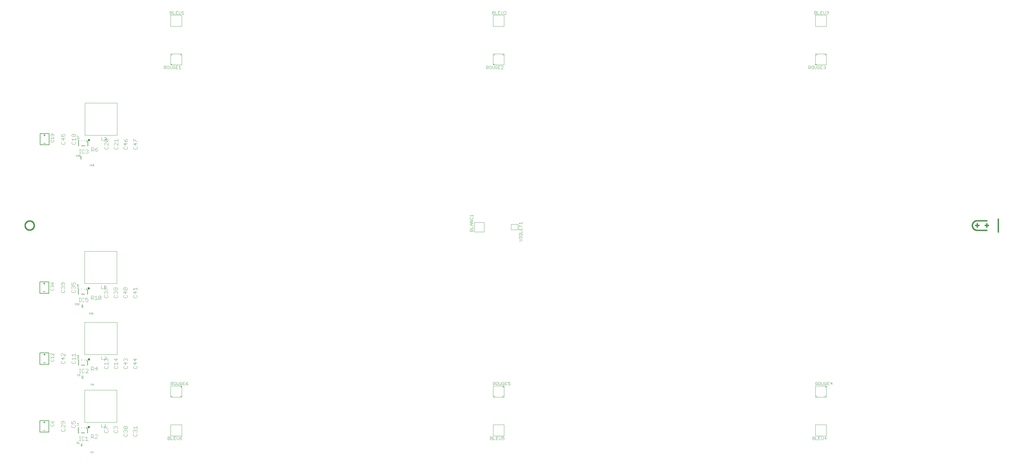
<source format=gbr>
G04 EAGLE Gerber RS-274X export*
G75*
%MOMM*%
%FSLAX34Y34*%
%LPD*%
%INSilkscreen Top*%
%IPPOS*%
%AMOC8*
5,1,8,0,0,1.08239X$1,22.5*%
G01*
%ADD10C,0.406400*%
%ADD11C,0.050000*%
%ADD12C,0.101600*%
%ADD13C,0.050800*%
%ADD14C,0.152400*%
%ADD15C,0.500000*%
%ADD16C,0.127000*%
%ADD17C,0.076200*%
%ADD18C,0.100000*%


D10*
X30858Y1145000D02*
X30862Y1145347D01*
X30875Y1145694D01*
X30896Y1146040D01*
X30926Y1146386D01*
X30964Y1146731D01*
X31011Y1147075D01*
X31066Y1147418D01*
X31130Y1147759D01*
X31202Y1148099D01*
X31282Y1148436D01*
X31370Y1148772D01*
X31467Y1149105D01*
X31572Y1149436D01*
X31685Y1149764D01*
X31806Y1150090D01*
X31934Y1150412D01*
X32071Y1150731D01*
X32216Y1151046D01*
X32368Y1151358D01*
X32528Y1151666D01*
X32695Y1151971D01*
X32870Y1152270D01*
X33052Y1152566D01*
X33241Y1152857D01*
X33438Y1153143D01*
X33641Y1153424D01*
X33851Y1153701D01*
X34068Y1153972D01*
X34292Y1154237D01*
X34521Y1154497D01*
X34758Y1154751D01*
X35000Y1155000D01*
X35249Y1155242D01*
X35503Y1155479D01*
X35763Y1155708D01*
X36028Y1155932D01*
X36299Y1156149D01*
X36576Y1156359D01*
X36857Y1156562D01*
X37143Y1156759D01*
X37434Y1156948D01*
X37730Y1157130D01*
X38029Y1157305D01*
X38334Y1157472D01*
X38642Y1157632D01*
X38954Y1157784D01*
X39269Y1157929D01*
X39588Y1158066D01*
X39910Y1158194D01*
X40236Y1158315D01*
X40564Y1158428D01*
X40895Y1158533D01*
X41228Y1158630D01*
X41564Y1158718D01*
X41901Y1158798D01*
X42241Y1158870D01*
X42582Y1158934D01*
X42925Y1158989D01*
X43269Y1159036D01*
X43614Y1159074D01*
X43960Y1159104D01*
X44306Y1159125D01*
X44653Y1159138D01*
X45000Y1159142D01*
X45347Y1159138D01*
X45694Y1159125D01*
X46040Y1159104D01*
X46386Y1159074D01*
X46731Y1159036D01*
X47075Y1158989D01*
X47418Y1158934D01*
X47759Y1158870D01*
X48099Y1158798D01*
X48436Y1158718D01*
X48772Y1158630D01*
X49105Y1158533D01*
X49436Y1158428D01*
X49764Y1158315D01*
X50090Y1158194D01*
X50412Y1158066D01*
X50731Y1157929D01*
X51046Y1157784D01*
X51358Y1157632D01*
X51666Y1157472D01*
X51971Y1157305D01*
X52270Y1157130D01*
X52566Y1156948D01*
X52857Y1156759D01*
X53143Y1156562D01*
X53424Y1156359D01*
X53701Y1156149D01*
X53972Y1155932D01*
X54237Y1155708D01*
X54497Y1155479D01*
X54751Y1155242D01*
X55000Y1155000D01*
X55242Y1154751D01*
X55479Y1154497D01*
X55708Y1154237D01*
X55932Y1153972D01*
X56149Y1153701D01*
X56359Y1153424D01*
X56562Y1153143D01*
X56759Y1152857D01*
X56948Y1152566D01*
X57130Y1152270D01*
X57305Y1151971D01*
X57472Y1151666D01*
X57632Y1151358D01*
X57784Y1151046D01*
X57929Y1150731D01*
X58066Y1150412D01*
X58194Y1150090D01*
X58315Y1149764D01*
X58428Y1149436D01*
X58533Y1149105D01*
X58630Y1148772D01*
X58718Y1148436D01*
X58798Y1148099D01*
X58870Y1147759D01*
X58934Y1147418D01*
X58989Y1147075D01*
X59036Y1146731D01*
X59074Y1146386D01*
X59104Y1146040D01*
X59125Y1145694D01*
X59138Y1145347D01*
X59142Y1145000D01*
X59138Y1144653D01*
X59125Y1144306D01*
X59104Y1143960D01*
X59074Y1143614D01*
X59036Y1143269D01*
X58989Y1142925D01*
X58934Y1142582D01*
X58870Y1142241D01*
X58798Y1141901D01*
X58718Y1141564D01*
X58630Y1141228D01*
X58533Y1140895D01*
X58428Y1140564D01*
X58315Y1140236D01*
X58194Y1139910D01*
X58066Y1139588D01*
X57929Y1139269D01*
X57784Y1138954D01*
X57632Y1138642D01*
X57472Y1138334D01*
X57305Y1138029D01*
X57130Y1137730D01*
X56948Y1137434D01*
X56759Y1137143D01*
X56562Y1136857D01*
X56359Y1136576D01*
X56149Y1136299D01*
X55932Y1136028D01*
X55708Y1135763D01*
X55479Y1135503D01*
X55242Y1135249D01*
X55000Y1135000D01*
X54751Y1134758D01*
X54497Y1134521D01*
X54237Y1134292D01*
X53972Y1134068D01*
X53701Y1133851D01*
X53424Y1133641D01*
X53143Y1133438D01*
X52857Y1133241D01*
X52566Y1133052D01*
X52270Y1132870D01*
X51971Y1132695D01*
X51666Y1132528D01*
X51358Y1132368D01*
X51046Y1132216D01*
X50731Y1132071D01*
X50412Y1131934D01*
X50090Y1131806D01*
X49764Y1131685D01*
X49436Y1131572D01*
X49105Y1131467D01*
X48772Y1131370D01*
X48436Y1131282D01*
X48099Y1131202D01*
X47759Y1131130D01*
X47418Y1131066D01*
X47075Y1131011D01*
X46731Y1130964D01*
X46386Y1130926D01*
X46040Y1130896D01*
X45694Y1130875D01*
X45347Y1130862D01*
X45000Y1130858D01*
X44653Y1130862D01*
X44306Y1130875D01*
X43960Y1130896D01*
X43614Y1130926D01*
X43269Y1130964D01*
X42925Y1131011D01*
X42582Y1131066D01*
X42241Y1131130D01*
X41901Y1131202D01*
X41564Y1131282D01*
X41228Y1131370D01*
X40895Y1131467D01*
X40564Y1131572D01*
X40236Y1131685D01*
X39910Y1131806D01*
X39588Y1131934D01*
X39269Y1132071D01*
X38954Y1132216D01*
X38642Y1132368D01*
X38334Y1132528D01*
X38029Y1132695D01*
X37730Y1132870D01*
X37434Y1133052D01*
X37143Y1133241D01*
X36857Y1133438D01*
X36576Y1133641D01*
X36299Y1133851D01*
X36028Y1134068D01*
X35763Y1134292D01*
X35503Y1134521D01*
X35249Y1134758D01*
X35000Y1135000D01*
X34758Y1135249D01*
X34521Y1135503D01*
X34292Y1135763D01*
X34068Y1136028D01*
X33851Y1136299D01*
X33641Y1136576D01*
X33438Y1136857D01*
X33241Y1137143D01*
X33052Y1137434D01*
X32870Y1137730D01*
X32695Y1138029D01*
X32528Y1138334D01*
X32368Y1138642D01*
X32216Y1138954D01*
X32071Y1139269D01*
X31934Y1139588D01*
X31806Y1139910D01*
X31685Y1140236D01*
X31572Y1140564D01*
X31467Y1140895D01*
X31370Y1141228D01*
X31282Y1141564D01*
X31202Y1141901D01*
X31130Y1142241D01*
X31066Y1142582D01*
X31011Y1142925D01*
X30964Y1143269D01*
X30926Y1143614D01*
X30896Y1143960D01*
X30875Y1144306D01*
X30862Y1144653D01*
X30858Y1145000D01*
X3010000Y1145000D02*
X3020000Y1145000D01*
X3050000Y1165000D02*
X3050000Y1125000D01*
X3015000Y1140000D02*
X3015000Y1150000D01*
X2985000Y1150000D02*
X2985000Y1140000D01*
X2985000Y1160000D02*
X3015000Y1160000D01*
X3015000Y1130000D02*
X2985000Y1130000D01*
X2980000Y1145000D02*
X2990000Y1145000D01*
X2985000Y1160000D02*
X2984635Y1159996D01*
X2984270Y1159982D01*
X2983905Y1159960D01*
X2983541Y1159929D01*
X2983178Y1159889D01*
X2982816Y1159840D01*
X2982455Y1159783D01*
X2982096Y1159716D01*
X2981739Y1159641D01*
X2981383Y1159557D01*
X2981030Y1159465D01*
X2980679Y1159364D01*
X2980330Y1159255D01*
X2979984Y1159137D01*
X2979642Y1159010D01*
X2979302Y1158876D01*
X2978966Y1158733D01*
X2978633Y1158582D01*
X2978304Y1158423D01*
X2977979Y1158256D01*
X2977659Y1158081D01*
X2977342Y1157898D01*
X2977031Y1157708D01*
X2976723Y1157510D01*
X2976421Y1157305D01*
X2976124Y1157092D01*
X2975832Y1156872D01*
X2975546Y1156646D01*
X2975265Y1156412D01*
X2974990Y1156172D01*
X2974721Y1155925D01*
X2974458Y1155671D01*
X2974201Y1155411D01*
X2973951Y1155145D01*
X2973707Y1154873D01*
X2973470Y1154595D01*
X2973240Y1154311D01*
X2973017Y1154022D01*
X2972801Y1153728D01*
X2972592Y1153428D01*
X2972390Y1153124D01*
X2972196Y1152814D01*
X2972010Y1152500D01*
X2971831Y1152181D01*
X2971660Y1151859D01*
X2971497Y1151532D01*
X2971342Y1151201D01*
X2971195Y1150867D01*
X2971056Y1150529D01*
X2970926Y1150187D01*
X2970803Y1149843D01*
X2970690Y1149496D01*
X2970584Y1149146D01*
X2970488Y1148794D01*
X2970400Y1148439D01*
X2970320Y1148083D01*
X2970250Y1147725D01*
X2970188Y1147365D01*
X2970134Y1147003D01*
X2970090Y1146641D01*
X2970054Y1146277D01*
X2970028Y1145913D01*
X2970010Y1145548D01*
X2970001Y1145183D01*
X2970001Y1144817D01*
X2970010Y1144452D01*
X2970028Y1144087D01*
X2970054Y1143723D01*
X2970090Y1143359D01*
X2970134Y1142997D01*
X2970188Y1142635D01*
X2970250Y1142275D01*
X2970320Y1141917D01*
X2970400Y1141561D01*
X2970488Y1141206D01*
X2970584Y1140854D01*
X2970690Y1140504D01*
X2970803Y1140157D01*
X2970926Y1139813D01*
X2971056Y1139471D01*
X2971195Y1139133D01*
X2971342Y1138799D01*
X2971497Y1138468D01*
X2971660Y1138141D01*
X2971831Y1137819D01*
X2972010Y1137500D01*
X2972196Y1137186D01*
X2972390Y1136876D01*
X2972592Y1136572D01*
X2972801Y1136272D01*
X2973017Y1135978D01*
X2973240Y1135689D01*
X2973470Y1135405D01*
X2973707Y1135127D01*
X2973951Y1134855D01*
X2974201Y1134589D01*
X2974458Y1134329D01*
X2974721Y1134075D01*
X2974990Y1133828D01*
X2975265Y1133588D01*
X2975546Y1133354D01*
X2975832Y1133128D01*
X2976124Y1132908D01*
X2976421Y1132695D01*
X2976723Y1132490D01*
X2977031Y1132292D01*
X2977342Y1132102D01*
X2977659Y1131919D01*
X2977979Y1131744D01*
X2978304Y1131577D01*
X2978633Y1131418D01*
X2978966Y1131267D01*
X2979302Y1131124D01*
X2979642Y1130990D01*
X2979984Y1130863D01*
X2980330Y1130745D01*
X2980679Y1130636D01*
X2981030Y1130535D01*
X2981383Y1130443D01*
X2981739Y1130359D01*
X2982096Y1130284D01*
X2982455Y1130217D01*
X2982816Y1130160D01*
X2983178Y1130111D01*
X2983541Y1130071D01*
X2983905Y1130040D01*
X2984270Y1130018D01*
X2984635Y1130004D01*
X2985000Y1130000D01*
D11*
X1548900Y1148600D02*
X1539400Y1148600D01*
X1548900Y1148600D02*
X1550000Y1147500D01*
X1551100Y1148600D01*
X1560600Y1148600D01*
X1560600Y1131400D01*
X1539400Y1131400D01*
X1539400Y1148600D01*
D12*
X1564000Y1097122D02*
X1569995Y1097122D01*
X1572992Y1100119D01*
X1569995Y1103117D01*
X1564000Y1103117D01*
X1572992Y1106330D02*
X1572992Y1109327D01*
X1572992Y1107829D02*
X1564000Y1107829D01*
X1564000Y1109327D02*
X1564000Y1106330D01*
X1564000Y1113967D02*
X1564000Y1116964D01*
X1564000Y1113967D02*
X1565499Y1112469D01*
X1571493Y1112469D01*
X1572992Y1113967D01*
X1572992Y1116964D01*
X1571493Y1118463D01*
X1565499Y1118463D01*
X1564000Y1116964D01*
X1564000Y1121676D02*
X1572992Y1121676D01*
X1572992Y1127671D01*
X1564000Y1130884D02*
X1564000Y1136879D01*
X1564000Y1130884D02*
X1572992Y1130884D01*
X1572992Y1136879D01*
X1568496Y1133882D02*
X1568496Y1130884D01*
X1572992Y1143089D02*
X1564000Y1143089D01*
X1564000Y1140092D02*
X1564000Y1146087D01*
X1566998Y1149300D02*
X1564000Y1152297D01*
X1572992Y1152297D01*
X1572992Y1149300D02*
X1572992Y1155294D01*
D11*
X517250Y1797250D02*
X482750Y1797250D01*
X517250Y1797250D02*
X517250Y1762750D01*
X482750Y1762750D01*
X482750Y1797250D01*
D12*
X480758Y1800108D02*
X480758Y1809100D01*
X485254Y1809100D01*
X486752Y1807601D01*
X486752Y1806102D01*
X485254Y1804604D01*
X486752Y1803105D01*
X486752Y1801607D01*
X485254Y1800108D01*
X480758Y1800108D01*
X480758Y1804604D02*
X485254Y1804604D01*
X489966Y1809100D02*
X489966Y1800108D01*
X495960Y1800108D01*
X499174Y1809100D02*
X505168Y1809100D01*
X499174Y1809100D02*
X499174Y1800108D01*
X505168Y1800108D01*
X502171Y1804604D02*
X499174Y1804604D01*
X508382Y1801607D02*
X508382Y1809100D01*
X508382Y1801607D02*
X509880Y1800108D01*
X512877Y1800108D01*
X514376Y1801607D01*
X514376Y1809100D01*
X517589Y1806102D02*
X520587Y1809100D01*
X520587Y1800108D01*
X523584Y1800108D02*
X517589Y1800108D01*
D11*
X1482750Y1797250D02*
X1517250Y1797250D01*
X1517250Y1762750D01*
X1482750Y1762750D01*
X1482750Y1797250D01*
D12*
X1480758Y1800108D02*
X1480758Y1809100D01*
X1485254Y1809100D01*
X1486752Y1807601D01*
X1486752Y1806102D01*
X1485254Y1804604D01*
X1486752Y1803105D01*
X1486752Y1801607D01*
X1485254Y1800108D01*
X1480758Y1800108D01*
X1480758Y1804604D02*
X1485254Y1804604D01*
X1489966Y1809100D02*
X1489966Y1800108D01*
X1495960Y1800108D01*
X1499174Y1809100D02*
X1505168Y1809100D01*
X1499174Y1809100D02*
X1499174Y1800108D01*
X1505168Y1800108D01*
X1502171Y1804604D02*
X1499174Y1804604D01*
X1508382Y1801607D02*
X1508382Y1809100D01*
X1508382Y1801607D02*
X1509880Y1800108D01*
X1512877Y1800108D01*
X1514376Y1801607D01*
X1514376Y1809100D01*
X1517589Y1800108D02*
X1523584Y1800108D01*
X1523584Y1806102D02*
X1517589Y1800108D01*
X1523584Y1806102D02*
X1523584Y1807601D01*
X1522085Y1809100D01*
X1519088Y1809100D01*
X1517589Y1807601D01*
D11*
X2482750Y1797250D02*
X2517250Y1797250D01*
X2517250Y1762750D01*
X2482750Y1762750D01*
X2482750Y1797250D01*
D12*
X2480758Y1800108D02*
X2480758Y1809100D01*
X2485254Y1809100D01*
X2486752Y1807601D01*
X2486752Y1806102D01*
X2485254Y1804604D01*
X2486752Y1803105D01*
X2486752Y1801607D01*
X2485254Y1800108D01*
X2480758Y1800108D01*
X2480758Y1804604D02*
X2485254Y1804604D01*
X2489966Y1809100D02*
X2489966Y1800108D01*
X2495960Y1800108D01*
X2499174Y1809100D02*
X2505168Y1809100D01*
X2499174Y1809100D02*
X2499174Y1800108D01*
X2505168Y1800108D01*
X2502171Y1804604D02*
X2499174Y1804604D01*
X2508382Y1801607D02*
X2508382Y1809100D01*
X2508382Y1801607D02*
X2509880Y1800108D01*
X2512877Y1800108D01*
X2514376Y1801607D01*
X2514376Y1809100D01*
X2517589Y1807601D02*
X2519088Y1809100D01*
X2522085Y1809100D01*
X2523584Y1807601D01*
X2523584Y1806102D01*
X2522085Y1804604D01*
X2520587Y1804604D01*
X2522085Y1804604D02*
X2523584Y1803105D01*
X2523584Y1801607D01*
X2522085Y1800108D01*
X2519088Y1800108D01*
X2517589Y1801607D01*
D11*
X2517250Y492750D02*
X2482750Y492750D01*
X2482750Y527250D01*
X2517250Y527250D01*
X2517250Y492750D01*
D12*
X2474219Y489900D02*
X2474219Y480908D01*
X2474219Y489900D02*
X2478714Y489900D01*
X2480213Y488401D01*
X2480213Y486902D01*
X2478714Y485404D01*
X2480213Y483905D01*
X2480213Y482407D01*
X2478714Y480908D01*
X2474219Y480908D01*
X2474219Y485404D02*
X2478714Y485404D01*
X2483427Y489900D02*
X2483427Y480908D01*
X2489421Y480908D01*
X2492634Y489900D02*
X2498629Y489900D01*
X2492634Y489900D02*
X2492634Y480908D01*
X2498629Y480908D01*
X2495632Y485404D02*
X2492634Y485404D01*
X2501842Y482407D02*
X2501842Y489900D01*
X2501842Y482407D02*
X2503341Y480908D01*
X2506338Y480908D01*
X2507837Y482407D01*
X2507837Y489900D01*
X2515546Y489900D02*
X2515546Y480908D01*
X2511050Y485404D02*
X2515546Y489900D01*
X2517044Y485404D02*
X2511050Y485404D01*
D11*
X1517250Y492750D02*
X1482750Y492750D01*
X1482750Y527250D01*
X1517250Y527250D01*
X1517250Y492750D01*
D12*
X1474219Y489900D02*
X1474219Y480908D01*
X1474219Y489900D02*
X1478714Y489900D01*
X1480213Y488401D01*
X1480213Y486902D01*
X1478714Y485404D01*
X1480213Y483905D01*
X1480213Y482407D01*
X1478714Y480908D01*
X1474219Y480908D01*
X1474219Y485404D02*
X1478714Y485404D01*
X1483427Y489900D02*
X1483427Y480908D01*
X1489421Y480908D01*
X1492634Y489900D02*
X1498629Y489900D01*
X1492634Y489900D02*
X1492634Y480908D01*
X1498629Y480908D01*
X1495632Y485404D02*
X1492634Y485404D01*
X1501842Y482407D02*
X1501842Y489900D01*
X1501842Y482407D02*
X1503341Y480908D01*
X1506338Y480908D01*
X1507837Y482407D01*
X1507837Y489900D01*
X1511050Y489900D02*
X1517044Y489900D01*
X1511050Y489900D02*
X1511050Y485404D01*
X1514047Y486902D01*
X1515546Y486902D01*
X1517044Y485404D01*
X1517044Y482407D01*
X1515546Y480908D01*
X1512549Y480908D01*
X1511050Y482407D01*
D11*
X482750Y1642750D02*
X482750Y1677250D01*
X517250Y1677250D01*
X517250Y1642750D01*
X482750Y1642750D01*
X484000Y1644000D02*
X484000Y1646000D01*
X486000Y1646000D01*
X486000Y1644000D01*
X484000Y1644000D01*
X483000Y1674000D02*
X487000Y1674000D01*
X487000Y1677000D01*
X513000Y1674000D02*
X517000Y1674000D01*
X513000Y1674000D02*
X513000Y1677000D01*
D12*
X462261Y1639500D02*
X462261Y1630508D01*
X462261Y1639500D02*
X466757Y1639500D01*
X468255Y1638001D01*
X468255Y1635004D01*
X466757Y1633505D01*
X462261Y1633505D01*
X465258Y1633505D02*
X468255Y1630508D01*
X472967Y1639500D02*
X475964Y1639500D01*
X472967Y1639500D02*
X471469Y1638001D01*
X471469Y1632007D01*
X472967Y1630508D01*
X475964Y1630508D01*
X477463Y1632007D01*
X477463Y1638001D01*
X475964Y1639500D01*
X480676Y1639500D02*
X480676Y1632007D01*
X482175Y1630508D01*
X485172Y1630508D01*
X486671Y1632007D01*
X486671Y1639500D01*
X494380Y1639500D02*
X495879Y1638001D01*
X494380Y1639500D02*
X491383Y1639500D01*
X489884Y1638001D01*
X489884Y1632007D01*
X491383Y1630508D01*
X494380Y1630508D01*
X495879Y1632007D01*
X495879Y1635004D01*
X492882Y1635004D01*
X499092Y1639500D02*
X505087Y1639500D01*
X499092Y1639500D02*
X499092Y1630508D01*
X505087Y1630508D01*
X502089Y1635004D02*
X499092Y1635004D01*
X508300Y1636502D02*
X511297Y1639500D01*
X511297Y1630508D01*
X508300Y1630508D02*
X514294Y1630508D01*
D11*
X1482750Y1642750D02*
X1482750Y1677250D01*
X1517250Y1677250D01*
X1517250Y1642750D01*
X1482750Y1642750D01*
X1484000Y1644000D02*
X1484000Y1646000D01*
X1486000Y1646000D01*
X1486000Y1644000D01*
X1484000Y1644000D01*
X1483000Y1674000D02*
X1487000Y1674000D01*
X1487000Y1677000D01*
X1513000Y1674000D02*
X1517000Y1674000D01*
X1513000Y1674000D02*
X1513000Y1677000D01*
D12*
X1462261Y1639500D02*
X1462261Y1630508D01*
X1462261Y1639500D02*
X1466757Y1639500D01*
X1468255Y1638001D01*
X1468255Y1635004D01*
X1466757Y1633505D01*
X1462261Y1633505D01*
X1465258Y1633505D02*
X1468255Y1630508D01*
X1472967Y1639500D02*
X1475964Y1639500D01*
X1472967Y1639500D02*
X1471469Y1638001D01*
X1471469Y1632007D01*
X1472967Y1630508D01*
X1475964Y1630508D01*
X1477463Y1632007D01*
X1477463Y1638001D01*
X1475964Y1639500D01*
X1480676Y1639500D02*
X1480676Y1632007D01*
X1482175Y1630508D01*
X1485172Y1630508D01*
X1486671Y1632007D01*
X1486671Y1639500D01*
X1494380Y1639500D02*
X1495879Y1638001D01*
X1494380Y1639500D02*
X1491383Y1639500D01*
X1489884Y1638001D01*
X1489884Y1632007D01*
X1491383Y1630508D01*
X1494380Y1630508D01*
X1495879Y1632007D01*
X1495879Y1635004D01*
X1492882Y1635004D01*
X1499092Y1639500D02*
X1505087Y1639500D01*
X1499092Y1639500D02*
X1499092Y1630508D01*
X1505087Y1630508D01*
X1502089Y1635004D02*
X1499092Y1635004D01*
X1508300Y1630508D02*
X1514294Y1630508D01*
X1508300Y1630508D02*
X1514294Y1636502D01*
X1514294Y1638001D01*
X1512796Y1639500D01*
X1509799Y1639500D01*
X1508300Y1638001D01*
D11*
X2482750Y1642750D02*
X2482750Y1677250D01*
X2517250Y1677250D01*
X2517250Y1642750D01*
X2482750Y1642750D01*
X2484000Y1644000D02*
X2484000Y1646000D01*
X2486000Y1646000D01*
X2486000Y1644000D01*
X2484000Y1644000D01*
X2483000Y1674000D02*
X2487000Y1674000D01*
X2487000Y1677000D01*
X2513000Y1674000D02*
X2517000Y1674000D01*
X2513000Y1674000D02*
X2513000Y1677000D01*
D12*
X2462261Y1639500D02*
X2462261Y1630508D01*
X2462261Y1639500D02*
X2466757Y1639500D01*
X2468255Y1638001D01*
X2468255Y1635004D01*
X2466757Y1633505D01*
X2462261Y1633505D01*
X2465258Y1633505D02*
X2468255Y1630508D01*
X2472967Y1639500D02*
X2475964Y1639500D01*
X2472967Y1639500D02*
X2471469Y1638001D01*
X2471469Y1632007D01*
X2472967Y1630508D01*
X2475964Y1630508D01*
X2477463Y1632007D01*
X2477463Y1638001D01*
X2475964Y1639500D01*
X2480676Y1639500D02*
X2480676Y1632007D01*
X2482175Y1630508D01*
X2485172Y1630508D01*
X2486671Y1632007D01*
X2486671Y1639500D01*
X2494380Y1639500D02*
X2495879Y1638001D01*
X2494380Y1639500D02*
X2491383Y1639500D01*
X2489884Y1638001D01*
X2489884Y1632007D01*
X2491383Y1630508D01*
X2494380Y1630508D01*
X2495879Y1632007D01*
X2495879Y1635004D01*
X2492882Y1635004D01*
X2499092Y1639500D02*
X2505087Y1639500D01*
X2499092Y1639500D02*
X2499092Y1630508D01*
X2505087Y1630508D01*
X2502089Y1635004D02*
X2499092Y1635004D01*
X2508300Y1638001D02*
X2509799Y1639500D01*
X2512796Y1639500D01*
X2514294Y1638001D01*
X2514294Y1636502D01*
X2512796Y1635004D01*
X2511297Y1635004D01*
X2512796Y1635004D02*
X2514294Y1633505D01*
X2514294Y1632007D01*
X2512796Y1630508D01*
X2509799Y1630508D01*
X2508300Y1632007D01*
D11*
X2517250Y647250D02*
X2517250Y612750D01*
X2482750Y612750D01*
X2482750Y647250D01*
X2517250Y647250D01*
X2516000Y646000D02*
X2516000Y644000D01*
X2514000Y644000D01*
X2514000Y646000D01*
X2516000Y646000D01*
X2517000Y616000D02*
X2513000Y616000D01*
X2513000Y613000D01*
X2487000Y616000D02*
X2483000Y616000D01*
X2487000Y616000D02*
X2487000Y613000D01*
D12*
X2483508Y650508D02*
X2483508Y659500D01*
X2488004Y659500D01*
X2489502Y658001D01*
X2489502Y655004D01*
X2488004Y653505D01*
X2483508Y653505D01*
X2486505Y653505D02*
X2489502Y650508D01*
X2494214Y659500D02*
X2497212Y659500D01*
X2494214Y659500D02*
X2492716Y658001D01*
X2492716Y652007D01*
X2494214Y650508D01*
X2497212Y650508D01*
X2498710Y652007D01*
X2498710Y658001D01*
X2497212Y659500D01*
X2501924Y659500D02*
X2501924Y652007D01*
X2503422Y650508D01*
X2506420Y650508D01*
X2507918Y652007D01*
X2507918Y659500D01*
X2515627Y659500D02*
X2517126Y658001D01*
X2515627Y659500D02*
X2512630Y659500D01*
X2511132Y658001D01*
X2511132Y652007D01*
X2512630Y650508D01*
X2515627Y650508D01*
X2517126Y652007D01*
X2517126Y655004D01*
X2514129Y655004D01*
X2520339Y659500D02*
X2526334Y659500D01*
X2520339Y659500D02*
X2520339Y650508D01*
X2526334Y650508D01*
X2523337Y655004D02*
X2520339Y655004D01*
X2534043Y650508D02*
X2534043Y659500D01*
X2529547Y655004D01*
X2535542Y655004D01*
D11*
X1517250Y647250D02*
X1517250Y612750D01*
X1482750Y612750D01*
X1482750Y647250D01*
X1517250Y647250D01*
X1516000Y646000D02*
X1516000Y644000D01*
X1514000Y644000D01*
X1514000Y646000D01*
X1516000Y646000D01*
X1517000Y616000D02*
X1513000Y616000D01*
X1513000Y613000D01*
X1487000Y616000D02*
X1483000Y616000D01*
X1487000Y616000D02*
X1487000Y613000D01*
D12*
X1483508Y650508D02*
X1483508Y659500D01*
X1488004Y659500D01*
X1489502Y658001D01*
X1489502Y655004D01*
X1488004Y653505D01*
X1483508Y653505D01*
X1486505Y653505D02*
X1489502Y650508D01*
X1494214Y659500D02*
X1497212Y659500D01*
X1494214Y659500D02*
X1492716Y658001D01*
X1492716Y652007D01*
X1494214Y650508D01*
X1497212Y650508D01*
X1498710Y652007D01*
X1498710Y658001D01*
X1497212Y659500D01*
X1501924Y659500D02*
X1501924Y652007D01*
X1503422Y650508D01*
X1506420Y650508D01*
X1507918Y652007D01*
X1507918Y659500D01*
X1515627Y659500D02*
X1517126Y658001D01*
X1515627Y659500D02*
X1512630Y659500D01*
X1511132Y658001D01*
X1511132Y652007D01*
X1512630Y650508D01*
X1515627Y650508D01*
X1517126Y652007D01*
X1517126Y655004D01*
X1514129Y655004D01*
X1520339Y659500D02*
X1526334Y659500D01*
X1520339Y659500D02*
X1520339Y650508D01*
X1526334Y650508D01*
X1523337Y655004D02*
X1520339Y655004D01*
X1529547Y659500D02*
X1535542Y659500D01*
X1529547Y659500D02*
X1529547Y655004D01*
X1532544Y656502D01*
X1534043Y656502D01*
X1535542Y655004D01*
X1535542Y652007D01*
X1534043Y650508D01*
X1531046Y650508D01*
X1529547Y652007D01*
D11*
X517250Y647250D02*
X517250Y612750D01*
X482750Y612750D01*
X482750Y647250D01*
X517250Y647250D01*
X516000Y646000D02*
X516000Y644000D01*
X514000Y644000D01*
X514000Y646000D01*
X516000Y646000D01*
X517000Y616000D02*
X513000Y616000D01*
X513000Y613000D01*
X487000Y616000D02*
X483000Y616000D01*
X487000Y616000D02*
X487000Y613000D01*
D12*
X483508Y650508D02*
X483508Y659500D01*
X488004Y659500D01*
X489502Y658001D01*
X489502Y655004D01*
X488004Y653505D01*
X483508Y653505D01*
X486505Y653505D02*
X489502Y650508D01*
X494214Y659500D02*
X497212Y659500D01*
X494214Y659500D02*
X492716Y658001D01*
X492716Y652007D01*
X494214Y650508D01*
X497212Y650508D01*
X498710Y652007D01*
X498710Y658001D01*
X497212Y659500D01*
X501924Y659500D02*
X501924Y652007D01*
X503422Y650508D01*
X506420Y650508D01*
X507918Y652007D01*
X507918Y659500D01*
X515627Y659500D02*
X517126Y658001D01*
X515627Y659500D02*
X512630Y659500D01*
X511132Y658001D01*
X511132Y652007D01*
X512630Y650508D01*
X515627Y650508D01*
X517126Y652007D01*
X517126Y655004D01*
X514129Y655004D01*
X520339Y659500D02*
X526334Y659500D01*
X520339Y659500D02*
X520339Y650508D01*
X526334Y650508D01*
X523337Y655004D02*
X520339Y655004D01*
X532544Y658001D02*
X535542Y659500D01*
X532544Y658001D02*
X529547Y655004D01*
X529547Y652007D01*
X531046Y650508D01*
X534043Y650508D01*
X535542Y652007D01*
X535542Y653505D01*
X534043Y655004D01*
X529547Y655004D01*
D11*
X1425000Y1155000D02*
X1455000Y1155000D01*
X1455000Y1125000D01*
X1425000Y1125000D01*
X1425000Y1155000D01*
D12*
X1420492Y1126508D02*
X1411500Y1126508D01*
X1411500Y1131004D01*
X1412999Y1132502D01*
X1414498Y1132502D01*
X1415996Y1131004D01*
X1417495Y1132502D01*
X1418993Y1132502D01*
X1420492Y1131004D01*
X1420492Y1126508D01*
X1415996Y1126508D02*
X1415996Y1131004D01*
X1411500Y1135716D02*
X1420492Y1135716D01*
X1420492Y1141710D01*
X1420492Y1144924D02*
X1414498Y1144924D01*
X1411500Y1147921D01*
X1414498Y1150918D01*
X1420492Y1150918D01*
X1415996Y1150918D02*
X1415996Y1144924D01*
X1420492Y1154132D02*
X1411500Y1154132D01*
X1420492Y1160126D01*
X1411500Y1160126D01*
X1411500Y1167835D02*
X1412999Y1169334D01*
X1411500Y1167835D02*
X1411500Y1164838D01*
X1412999Y1163339D01*
X1418993Y1163339D01*
X1420492Y1164838D01*
X1420492Y1167835D01*
X1418993Y1169334D01*
X1414498Y1172547D02*
X1411500Y1175544D01*
X1420492Y1175544D01*
X1420492Y1172547D02*
X1420492Y1178542D01*
D11*
X517250Y492750D02*
X482750Y492750D01*
X482750Y527250D01*
X517250Y527250D01*
X517250Y492750D01*
D12*
X474219Y489900D02*
X474219Y480908D01*
X474219Y489900D02*
X478714Y489900D01*
X480213Y488401D01*
X480213Y486902D01*
X478714Y485404D01*
X480213Y483905D01*
X480213Y482407D01*
X478714Y480908D01*
X474219Y480908D01*
X474219Y485404D02*
X478714Y485404D01*
X483427Y489900D02*
X483427Y480908D01*
X489421Y480908D01*
X492634Y489900D02*
X498629Y489900D01*
X492634Y489900D02*
X492634Y480908D01*
X498629Y480908D01*
X495632Y485404D02*
X492634Y485404D01*
X501842Y482407D02*
X501842Y489900D01*
X501842Y482407D02*
X503341Y480908D01*
X506338Y480908D01*
X507837Y482407D01*
X507837Y489900D01*
X514047Y488401D02*
X517044Y489900D01*
X514047Y488401D02*
X511050Y485404D01*
X511050Y482407D01*
X512549Y480908D01*
X515546Y480908D01*
X517044Y482407D01*
X517044Y483905D01*
X515546Y485404D01*
X511050Y485404D01*
D13*
X210471Y891196D02*
X205975Y891196D01*
X205975Y893444D01*
X206724Y894193D01*
X208223Y894193D01*
X208972Y893444D01*
X208972Y891196D01*
X208972Y892695D02*
X210471Y894193D01*
X209722Y895800D02*
X210471Y896549D01*
X210471Y898048D01*
X209722Y898797D01*
X206724Y898797D01*
X205975Y898048D01*
X205975Y896549D01*
X206724Y895800D01*
X207474Y895800D01*
X208223Y896549D01*
X208223Y898797D01*
D14*
X196280Y931600D02*
X196280Y947800D01*
X224720Y943800D02*
X224720Y931600D01*
X215720Y931600D02*
X205280Y931600D01*
X214780Y947800D02*
X215720Y947800D01*
X206220Y947800D02*
X205280Y947800D01*
X220780Y947800D02*
X224720Y943800D01*
X197220Y947800D02*
X196280Y947800D01*
X196280Y931600D02*
X197220Y931600D01*
X223780Y931600D02*
X224720Y931600D01*
D15*
X227500Y949700D02*
X227502Y949763D01*
X227508Y949825D01*
X227518Y949887D01*
X227531Y949949D01*
X227549Y950009D01*
X227570Y950068D01*
X227595Y950126D01*
X227624Y950182D01*
X227656Y950236D01*
X227691Y950288D01*
X227729Y950337D01*
X227771Y950385D01*
X227815Y950429D01*
X227863Y950471D01*
X227912Y950509D01*
X227964Y950544D01*
X228018Y950576D01*
X228074Y950605D01*
X228132Y950630D01*
X228191Y950651D01*
X228251Y950669D01*
X228313Y950682D01*
X228375Y950692D01*
X228437Y950698D01*
X228500Y950700D01*
X228563Y950698D01*
X228625Y950692D01*
X228687Y950682D01*
X228749Y950669D01*
X228809Y950651D01*
X228868Y950630D01*
X228926Y950605D01*
X228982Y950576D01*
X229036Y950544D01*
X229088Y950509D01*
X229137Y950471D01*
X229185Y950429D01*
X229229Y950385D01*
X229271Y950337D01*
X229309Y950288D01*
X229344Y950236D01*
X229376Y950182D01*
X229405Y950126D01*
X229430Y950068D01*
X229451Y950009D01*
X229469Y949949D01*
X229482Y949887D01*
X229492Y949825D01*
X229498Y949763D01*
X229500Y949700D01*
X229498Y949637D01*
X229492Y949575D01*
X229482Y949513D01*
X229469Y949451D01*
X229451Y949391D01*
X229430Y949332D01*
X229405Y949274D01*
X229376Y949218D01*
X229344Y949164D01*
X229309Y949112D01*
X229271Y949063D01*
X229229Y949015D01*
X229185Y948971D01*
X229137Y948929D01*
X229088Y948891D01*
X229036Y948856D01*
X228982Y948824D01*
X228926Y948795D01*
X228868Y948770D01*
X228809Y948749D01*
X228749Y948731D01*
X228687Y948718D01*
X228625Y948708D01*
X228563Y948702D01*
X228500Y948700D01*
X228437Y948702D01*
X228375Y948708D01*
X228313Y948718D01*
X228251Y948731D01*
X228191Y948749D01*
X228132Y948770D01*
X228074Y948795D01*
X228018Y948824D01*
X227964Y948856D01*
X227912Y948891D01*
X227863Y948929D01*
X227815Y948971D01*
X227771Y949015D01*
X227729Y949063D01*
X227691Y949112D01*
X227656Y949164D01*
X227624Y949218D01*
X227595Y949274D01*
X227570Y949332D01*
X227549Y949391D01*
X227531Y949451D01*
X227518Y949513D01*
X227508Y949575D01*
X227502Y949637D01*
X227500Y949700D01*
D12*
X202772Y908458D02*
X198874Y908458D01*
X200823Y908458D02*
X200823Y920152D01*
X198874Y920152D02*
X202772Y920152D01*
X212517Y920152D02*
X214466Y918203D01*
X212517Y920152D02*
X208619Y920152D01*
X206670Y918203D01*
X206670Y910407D01*
X208619Y908458D01*
X212517Y908458D01*
X214466Y910407D01*
X218364Y920152D02*
X226160Y920152D01*
X218364Y920152D02*
X218364Y914305D01*
X222262Y916254D01*
X224211Y916254D01*
X226160Y914305D01*
X226160Y910407D01*
X224211Y908458D01*
X220313Y908458D01*
X218364Y910407D01*
D13*
X189164Y902831D02*
X188415Y903580D01*
X186917Y903580D01*
X186167Y902831D01*
X186167Y899833D01*
X186917Y899084D01*
X188415Y899084D01*
X189164Y899833D01*
X190771Y902831D02*
X191520Y903580D01*
X193019Y903580D01*
X193768Y902831D01*
X193768Y902081D01*
X193019Y901332D01*
X192270Y901332D01*
X193019Y901332D02*
X193768Y900583D01*
X193768Y899833D01*
X193019Y899084D01*
X191520Y899084D01*
X190771Y899833D01*
X195375Y899084D02*
X198372Y899084D01*
X195375Y899084D02*
X198372Y902081D01*
X198372Y902831D01*
X197623Y903580D01*
X196124Y903580D01*
X195375Y902831D01*
X231990Y874330D02*
X232739Y873581D01*
X231990Y874330D02*
X230492Y874330D01*
X229742Y873581D01*
X229742Y870583D01*
X230492Y869834D01*
X231990Y869834D01*
X232739Y870583D01*
X234346Y873581D02*
X235095Y874330D01*
X236594Y874330D01*
X237343Y873581D01*
X237343Y872831D01*
X236594Y872082D01*
X235845Y872082D01*
X236594Y872082D02*
X237343Y871333D01*
X237343Y870583D01*
X236594Y869834D01*
X235095Y869834D01*
X234346Y870583D01*
X238950Y873581D02*
X239699Y874330D01*
X241198Y874330D01*
X241947Y873581D01*
X241947Y872831D01*
X241198Y872082D01*
X240449Y872082D01*
X241198Y872082D02*
X241947Y871333D01*
X241947Y870583D01*
X241198Y869834D01*
X239699Y869834D01*
X238950Y870583D01*
X192250Y952665D02*
X192999Y953414D01*
X192250Y952665D02*
X192250Y951167D01*
X192999Y950417D01*
X195997Y950417D01*
X196746Y951167D01*
X196746Y952665D01*
X195997Y953414D01*
X192999Y955021D02*
X192250Y955770D01*
X192250Y957269D01*
X192999Y958018D01*
X193749Y958018D01*
X194498Y957269D01*
X194498Y956520D01*
X194498Y957269D02*
X195247Y958018D01*
X195997Y958018D01*
X196746Y957269D01*
X196746Y955770D01*
X195997Y955021D01*
X196746Y961873D02*
X192250Y961873D01*
X194498Y959625D01*
X194498Y962622D01*
D12*
X176997Y944472D02*
X175048Y942523D01*
X175048Y938625D01*
X176997Y936676D01*
X184793Y936676D01*
X186742Y938625D01*
X186742Y942523D01*
X184793Y944472D01*
X176997Y948370D02*
X175048Y950319D01*
X175048Y954217D01*
X176997Y956166D01*
X178946Y956166D01*
X180895Y954217D01*
X180895Y952268D01*
X180895Y954217D02*
X182844Y956166D01*
X184793Y956166D01*
X186742Y954217D01*
X186742Y950319D01*
X184793Y948370D01*
X175048Y960064D02*
X175048Y967860D01*
X175048Y960064D02*
X180895Y960064D01*
X178946Y963962D01*
X178946Y965911D01*
X180895Y967860D01*
X184793Y967860D01*
X186742Y965911D01*
X186742Y962013D01*
X184793Y960064D01*
D16*
X104500Y969700D02*
X104500Y934700D01*
X76500Y934700D01*
X76500Y969700D01*
X104500Y969700D01*
X90500Y967200D02*
X90500Y962200D01*
X93000Y964700D02*
X88000Y964700D01*
X88000Y939700D02*
X93000Y939700D01*
D17*
X109923Y948268D02*
X111491Y949836D01*
X109923Y948268D02*
X109923Y945133D01*
X111491Y943565D01*
X117761Y943565D01*
X119329Y945133D01*
X119329Y948268D01*
X117761Y949836D01*
X111491Y952921D02*
X109923Y954488D01*
X109923Y957624D01*
X111491Y959191D01*
X113058Y959191D01*
X114626Y957624D01*
X114626Y956056D01*
X114626Y957624D02*
X116194Y959191D01*
X117761Y959191D01*
X119329Y957624D01*
X119329Y954488D01*
X117761Y952921D01*
X111491Y965411D02*
X109923Y968547D01*
X111491Y965411D02*
X114626Y962276D01*
X117761Y962276D01*
X119329Y963843D01*
X119329Y966979D01*
X117761Y968547D01*
X116194Y968547D01*
X114626Y966979D01*
X114626Y962276D01*
D12*
X276273Y927123D02*
X278222Y929072D01*
X276273Y927123D02*
X276273Y923225D01*
X278222Y921276D01*
X286018Y921276D01*
X287967Y923225D01*
X287967Y927123D01*
X286018Y929072D01*
X278222Y932970D02*
X276273Y934919D01*
X276273Y938817D01*
X278222Y940766D01*
X280171Y940766D01*
X282120Y938817D01*
X282120Y936868D01*
X282120Y938817D02*
X284069Y940766D01*
X286018Y940766D01*
X287967Y938817D01*
X287967Y934919D01*
X286018Y932970D01*
X276273Y944664D02*
X276273Y952460D01*
X278222Y952460D01*
X286018Y944664D01*
X287967Y944664D01*
X306273Y927123D02*
X308222Y929072D01*
X306273Y927123D02*
X306273Y923225D01*
X308222Y921276D01*
X316018Y921276D01*
X317967Y923225D01*
X317967Y927123D01*
X316018Y929072D01*
X308222Y932970D02*
X306273Y934919D01*
X306273Y938817D01*
X308222Y940766D01*
X310171Y940766D01*
X312120Y938817D01*
X312120Y936868D01*
X312120Y938817D02*
X314069Y940766D01*
X316018Y940766D01*
X317967Y938817D01*
X317967Y934919D01*
X316018Y932970D01*
X308222Y944664D02*
X306273Y946613D01*
X306273Y950511D01*
X308222Y952460D01*
X310171Y952460D01*
X312120Y950511D01*
X314069Y952460D01*
X316018Y952460D01*
X317967Y950511D01*
X317967Y946613D01*
X316018Y944664D01*
X314069Y944664D01*
X312120Y946613D01*
X310171Y944664D01*
X308222Y944664D01*
X312120Y946613D02*
X312120Y950511D01*
X235683Y926702D02*
X235683Y915008D01*
X235683Y926702D02*
X241530Y926702D01*
X243479Y924753D01*
X243479Y920855D01*
X241530Y918906D01*
X235683Y918906D01*
X239581Y918906D02*
X243479Y915008D01*
X247377Y922804D02*
X251275Y926702D01*
X251275Y915008D01*
X247377Y915008D02*
X255173Y915008D01*
X259071Y916957D02*
X259071Y924753D01*
X261020Y926702D01*
X264918Y926702D01*
X266867Y924753D01*
X266867Y916957D01*
X264918Y915008D01*
X261020Y915008D01*
X259071Y916957D01*
X266867Y924753D01*
D18*
X215500Y964700D02*
X215500Y1064700D01*
X315500Y1064700D01*
X315500Y964700D01*
X215500Y964700D01*
D12*
X267592Y958200D02*
X267592Y949208D01*
X273587Y949208D01*
X276800Y958200D02*
X282795Y958200D01*
X276800Y958200D02*
X276800Y953704D01*
X279797Y955202D01*
X281296Y955202D01*
X282795Y953704D01*
X282795Y950707D01*
X281296Y949208D01*
X278299Y949208D01*
X276800Y950707D01*
X144497Y944472D02*
X142548Y942523D01*
X142548Y938625D01*
X144497Y936676D01*
X152293Y936676D01*
X154242Y938625D01*
X154242Y942523D01*
X152293Y944472D01*
X144497Y948370D02*
X142548Y950319D01*
X142548Y954217D01*
X144497Y956166D01*
X146446Y956166D01*
X148395Y954217D01*
X148395Y952268D01*
X148395Y954217D02*
X150344Y956166D01*
X152293Y956166D01*
X154242Y954217D01*
X154242Y950319D01*
X152293Y948370D01*
X152293Y960064D02*
X154242Y962013D01*
X154242Y965911D01*
X152293Y967860D01*
X144497Y967860D01*
X142548Y965911D01*
X142548Y962013D01*
X144497Y960064D01*
X146446Y960064D01*
X148395Y962013D01*
X148395Y967860D01*
X336273Y927123D02*
X338222Y929072D01*
X336273Y927123D02*
X336273Y923225D01*
X338222Y921276D01*
X346018Y921276D01*
X347967Y923225D01*
X347967Y927123D01*
X346018Y929072D01*
X347967Y938817D02*
X336273Y938817D01*
X342120Y932970D01*
X342120Y940766D01*
X346018Y944664D02*
X338222Y944664D01*
X336273Y946613D01*
X336273Y950511D01*
X338222Y952460D01*
X346018Y952460D01*
X347967Y950511D01*
X347967Y946613D01*
X346018Y944664D01*
X338222Y952460D01*
X366273Y927123D02*
X368222Y929072D01*
X366273Y927123D02*
X366273Y923225D01*
X368222Y921276D01*
X376018Y921276D01*
X377967Y923225D01*
X377967Y927123D01*
X376018Y929072D01*
X377967Y938817D02*
X366273Y938817D01*
X372120Y932970D01*
X372120Y940766D01*
X370171Y944664D02*
X366273Y948562D01*
X377967Y948562D01*
X377967Y944664D02*
X377967Y952460D01*
D13*
X208271Y461196D02*
X203775Y461196D01*
X203775Y463444D01*
X204524Y464193D01*
X206023Y464193D01*
X206772Y463444D01*
X206772Y461196D01*
X206772Y462695D02*
X208271Y464193D01*
X205274Y465800D02*
X203775Y467299D01*
X208271Y467299D01*
X208271Y468797D02*
X208271Y465800D01*
D14*
X196580Y501600D02*
X196580Y517800D01*
X225020Y513800D02*
X225020Y501600D01*
X216020Y501600D02*
X205580Y501600D01*
X215080Y517800D02*
X216020Y517800D01*
X206520Y517800D02*
X205580Y517800D01*
X221080Y517800D02*
X225020Y513800D01*
X197520Y517800D02*
X196580Y517800D01*
X196580Y501600D02*
X197520Y501600D01*
X224080Y501600D02*
X225020Y501600D01*
D15*
X227800Y519700D02*
X227802Y519763D01*
X227808Y519825D01*
X227818Y519887D01*
X227831Y519949D01*
X227849Y520009D01*
X227870Y520068D01*
X227895Y520126D01*
X227924Y520182D01*
X227956Y520236D01*
X227991Y520288D01*
X228029Y520337D01*
X228071Y520385D01*
X228115Y520429D01*
X228163Y520471D01*
X228212Y520509D01*
X228264Y520544D01*
X228318Y520576D01*
X228374Y520605D01*
X228432Y520630D01*
X228491Y520651D01*
X228551Y520669D01*
X228613Y520682D01*
X228675Y520692D01*
X228737Y520698D01*
X228800Y520700D01*
X228863Y520698D01*
X228925Y520692D01*
X228987Y520682D01*
X229049Y520669D01*
X229109Y520651D01*
X229168Y520630D01*
X229226Y520605D01*
X229282Y520576D01*
X229336Y520544D01*
X229388Y520509D01*
X229437Y520471D01*
X229485Y520429D01*
X229529Y520385D01*
X229571Y520337D01*
X229609Y520288D01*
X229644Y520236D01*
X229676Y520182D01*
X229705Y520126D01*
X229730Y520068D01*
X229751Y520009D01*
X229769Y519949D01*
X229782Y519887D01*
X229792Y519825D01*
X229798Y519763D01*
X229800Y519700D01*
X229798Y519637D01*
X229792Y519575D01*
X229782Y519513D01*
X229769Y519451D01*
X229751Y519391D01*
X229730Y519332D01*
X229705Y519274D01*
X229676Y519218D01*
X229644Y519164D01*
X229609Y519112D01*
X229571Y519063D01*
X229529Y519015D01*
X229485Y518971D01*
X229437Y518929D01*
X229388Y518891D01*
X229336Y518856D01*
X229282Y518824D01*
X229226Y518795D01*
X229168Y518770D01*
X229109Y518749D01*
X229049Y518731D01*
X228987Y518718D01*
X228925Y518708D01*
X228863Y518702D01*
X228800Y518700D01*
X228737Y518702D01*
X228675Y518708D01*
X228613Y518718D01*
X228551Y518731D01*
X228491Y518749D01*
X228432Y518770D01*
X228374Y518795D01*
X228318Y518824D01*
X228264Y518856D01*
X228212Y518891D01*
X228163Y518929D01*
X228115Y518971D01*
X228071Y519015D01*
X228029Y519063D01*
X227991Y519112D01*
X227956Y519164D01*
X227924Y519218D01*
X227895Y519274D01*
X227870Y519332D01*
X227849Y519391D01*
X227831Y519451D01*
X227818Y519513D01*
X227808Y519575D01*
X227802Y519637D01*
X227800Y519700D01*
D12*
X203072Y478458D02*
X199174Y478458D01*
X201123Y478458D02*
X201123Y490152D01*
X199174Y490152D02*
X203072Y490152D01*
X212817Y490152D02*
X214766Y488203D01*
X212817Y490152D02*
X208919Y490152D01*
X206970Y488203D01*
X206970Y480407D01*
X208919Y478458D01*
X212817Y478458D01*
X214766Y480407D01*
X218664Y486254D02*
X222562Y490152D01*
X222562Y478458D01*
X218664Y478458D02*
X226460Y478458D01*
D13*
X194068Y472831D02*
X193319Y473580D01*
X191820Y473580D01*
X191071Y472831D01*
X191071Y469833D01*
X191820Y469084D01*
X193319Y469084D01*
X194068Y469833D01*
X195675Y472081D02*
X197174Y473580D01*
X197174Y469084D01*
X198672Y469084D02*
X195675Y469084D01*
X236894Y444330D02*
X237643Y443581D01*
X236894Y444330D02*
X235395Y444330D01*
X234646Y443581D01*
X234646Y440583D01*
X235395Y439834D01*
X236894Y439834D01*
X237643Y440583D01*
X239250Y439834D02*
X242247Y439834D01*
X239250Y439834D02*
X242247Y442831D01*
X242247Y443581D01*
X241498Y444330D01*
X239999Y444330D01*
X239250Y443581D01*
X192550Y527269D02*
X193299Y528018D01*
X192550Y527269D02*
X192550Y525770D01*
X193299Y525021D01*
X196297Y525021D01*
X197046Y525770D01*
X197046Y527269D01*
X196297Y528018D01*
X197046Y531873D02*
X192550Y531873D01*
X194798Y529625D01*
X194798Y532622D01*
D12*
X177297Y526166D02*
X175348Y524217D01*
X175348Y520319D01*
X177297Y518370D01*
X185093Y518370D01*
X187042Y520319D01*
X187042Y524217D01*
X185093Y526166D01*
X175348Y530064D02*
X175348Y537860D01*
X175348Y530064D02*
X181195Y530064D01*
X179246Y533962D01*
X179246Y535911D01*
X181195Y537860D01*
X185093Y537860D01*
X187042Y535911D01*
X187042Y532013D01*
X185093Y530064D01*
D16*
X104800Y539700D02*
X104800Y504700D01*
X76800Y504700D01*
X76800Y539700D01*
X104800Y539700D01*
X90800Y537200D02*
X90800Y532200D01*
X93300Y534700D02*
X88300Y534700D01*
X88300Y509700D02*
X93300Y509700D01*
D17*
X110223Y527624D02*
X111791Y529191D01*
X110223Y527624D02*
X110223Y524488D01*
X111791Y522921D01*
X118061Y522921D01*
X119629Y524488D01*
X119629Y527624D01*
X118061Y529191D01*
X111791Y535411D02*
X110223Y538547D01*
X111791Y535411D02*
X114926Y532276D01*
X118061Y532276D01*
X119629Y533843D01*
X119629Y536979D01*
X118061Y538547D01*
X116494Y538547D01*
X114926Y536979D01*
X114926Y532276D01*
D12*
X276573Y508817D02*
X278522Y510766D01*
X276573Y508817D02*
X276573Y504919D01*
X278522Y502970D01*
X286318Y502970D01*
X288267Y504919D01*
X288267Y508817D01*
X286318Y510766D01*
X276573Y514664D02*
X276573Y522460D01*
X278522Y522460D01*
X286318Y514664D01*
X288267Y514664D01*
X306573Y508817D02*
X308522Y510766D01*
X306573Y508817D02*
X306573Y504919D01*
X308522Y502970D01*
X316318Y502970D01*
X318267Y504919D01*
X318267Y508817D01*
X316318Y510766D01*
X308522Y514664D02*
X306573Y516613D01*
X306573Y520511D01*
X308522Y522460D01*
X310471Y522460D01*
X312420Y520511D01*
X312420Y518562D01*
X312420Y520511D02*
X314369Y522460D01*
X316318Y522460D01*
X318267Y520511D01*
X318267Y516613D01*
X316318Y514664D01*
X235983Y496702D02*
X235983Y485008D01*
X235983Y496702D02*
X241830Y496702D01*
X243779Y494753D01*
X243779Y490855D01*
X241830Y488906D01*
X235983Y488906D01*
X239881Y488906D02*
X243779Y485008D01*
X247677Y485008D02*
X255473Y485008D01*
X247677Y485008D02*
X255473Y492804D01*
X255473Y494753D01*
X253524Y496702D01*
X249626Y496702D01*
X247677Y494753D01*
D18*
X215800Y534700D02*
X215800Y634700D01*
X315800Y634700D01*
X315800Y534700D01*
X215800Y534700D01*
D12*
X267892Y528200D02*
X267892Y519208D01*
X273887Y519208D01*
X277100Y525202D02*
X280097Y528200D01*
X280097Y519208D01*
X277100Y519208D02*
X283095Y519208D01*
X144797Y514472D02*
X142848Y512523D01*
X142848Y508625D01*
X144797Y506676D01*
X152593Y506676D01*
X154542Y508625D01*
X154542Y512523D01*
X152593Y514472D01*
X154542Y518370D02*
X154542Y526166D01*
X154542Y518370D02*
X146746Y526166D01*
X144797Y526166D01*
X142848Y524217D01*
X142848Y520319D01*
X144797Y518370D01*
X152593Y530064D02*
X154542Y532013D01*
X154542Y535911D01*
X152593Y537860D01*
X144797Y537860D01*
X142848Y535911D01*
X142848Y532013D01*
X144797Y530064D01*
X146746Y530064D01*
X148695Y532013D01*
X148695Y537860D01*
X336573Y497123D02*
X338522Y499072D01*
X336573Y497123D02*
X336573Y493225D01*
X338522Y491276D01*
X346318Y491276D01*
X348267Y493225D01*
X348267Y497123D01*
X346318Y499072D01*
X338522Y502970D02*
X336573Y504919D01*
X336573Y508817D01*
X338522Y510766D01*
X340471Y510766D01*
X342420Y508817D01*
X342420Y506868D01*
X342420Y508817D02*
X344369Y510766D01*
X346318Y510766D01*
X348267Y508817D01*
X348267Y504919D01*
X346318Y502970D01*
X346318Y514664D02*
X338522Y514664D01*
X336573Y516613D01*
X336573Y520511D01*
X338522Y522460D01*
X346318Y522460D01*
X348267Y520511D01*
X348267Y516613D01*
X346318Y514664D01*
X338522Y522460D01*
X366573Y497123D02*
X368522Y499072D01*
X366573Y497123D02*
X366573Y493225D01*
X368522Y491276D01*
X376318Y491276D01*
X378267Y493225D01*
X378267Y497123D01*
X376318Y499072D01*
X368522Y502970D02*
X366573Y504919D01*
X366573Y508817D01*
X368522Y510766D01*
X370471Y510766D01*
X372420Y508817D01*
X372420Y506868D01*
X372420Y508817D02*
X374369Y510766D01*
X376318Y510766D01*
X378267Y508817D01*
X378267Y504919D01*
X376318Y502970D01*
X370471Y514664D02*
X366573Y518562D01*
X378267Y518562D01*
X378267Y514664D02*
X378267Y522460D01*
D13*
X211071Y671196D02*
X206575Y671196D01*
X206575Y673444D01*
X207324Y674193D01*
X208823Y674193D01*
X209572Y673444D01*
X209572Y671196D01*
X209572Y672695D02*
X211071Y674193D01*
X207324Y675800D02*
X206575Y676549D01*
X206575Y678048D01*
X207324Y678797D01*
X208074Y678797D01*
X208823Y678048D01*
X208823Y677299D01*
X208823Y678048D02*
X209572Y678797D01*
X210322Y678797D01*
X211071Y678048D01*
X211071Y676549D01*
X210322Y675800D01*
D14*
X196880Y711600D02*
X196880Y727800D01*
X225320Y723800D02*
X225320Y711600D01*
X216320Y711600D02*
X205880Y711600D01*
X215380Y727800D02*
X216320Y727800D01*
X206820Y727800D02*
X205880Y727800D01*
X221380Y727800D02*
X225320Y723800D01*
X197820Y727800D02*
X196880Y727800D01*
X196880Y711600D02*
X197820Y711600D01*
X224380Y711600D02*
X225320Y711600D01*
D15*
X228100Y729700D02*
X228102Y729763D01*
X228108Y729825D01*
X228118Y729887D01*
X228131Y729949D01*
X228149Y730009D01*
X228170Y730068D01*
X228195Y730126D01*
X228224Y730182D01*
X228256Y730236D01*
X228291Y730288D01*
X228329Y730337D01*
X228371Y730385D01*
X228415Y730429D01*
X228463Y730471D01*
X228512Y730509D01*
X228564Y730544D01*
X228618Y730576D01*
X228674Y730605D01*
X228732Y730630D01*
X228791Y730651D01*
X228851Y730669D01*
X228913Y730682D01*
X228975Y730692D01*
X229037Y730698D01*
X229100Y730700D01*
X229163Y730698D01*
X229225Y730692D01*
X229287Y730682D01*
X229349Y730669D01*
X229409Y730651D01*
X229468Y730630D01*
X229526Y730605D01*
X229582Y730576D01*
X229636Y730544D01*
X229688Y730509D01*
X229737Y730471D01*
X229785Y730429D01*
X229829Y730385D01*
X229871Y730337D01*
X229909Y730288D01*
X229944Y730236D01*
X229976Y730182D01*
X230005Y730126D01*
X230030Y730068D01*
X230051Y730009D01*
X230069Y729949D01*
X230082Y729887D01*
X230092Y729825D01*
X230098Y729763D01*
X230100Y729700D01*
X230098Y729637D01*
X230092Y729575D01*
X230082Y729513D01*
X230069Y729451D01*
X230051Y729391D01*
X230030Y729332D01*
X230005Y729274D01*
X229976Y729218D01*
X229944Y729164D01*
X229909Y729112D01*
X229871Y729063D01*
X229829Y729015D01*
X229785Y728971D01*
X229737Y728929D01*
X229688Y728891D01*
X229636Y728856D01*
X229582Y728824D01*
X229526Y728795D01*
X229468Y728770D01*
X229409Y728749D01*
X229349Y728731D01*
X229287Y728718D01*
X229225Y728708D01*
X229163Y728702D01*
X229100Y728700D01*
X229037Y728702D01*
X228975Y728708D01*
X228913Y728718D01*
X228851Y728731D01*
X228791Y728749D01*
X228732Y728770D01*
X228674Y728795D01*
X228618Y728824D01*
X228564Y728856D01*
X228512Y728891D01*
X228463Y728929D01*
X228415Y728971D01*
X228371Y729015D01*
X228329Y729063D01*
X228291Y729112D01*
X228256Y729164D01*
X228224Y729218D01*
X228195Y729274D01*
X228170Y729332D01*
X228149Y729391D01*
X228131Y729451D01*
X228118Y729513D01*
X228108Y729575D01*
X228102Y729637D01*
X228100Y729700D01*
D12*
X203372Y688458D02*
X199474Y688458D01*
X201423Y688458D02*
X201423Y700152D01*
X199474Y700152D02*
X203372Y700152D01*
X213117Y700152D02*
X215066Y698203D01*
X213117Y700152D02*
X209219Y700152D01*
X207270Y698203D01*
X207270Y690407D01*
X209219Y688458D01*
X213117Y688458D01*
X215066Y690407D01*
X218964Y688458D02*
X226760Y688458D01*
X218964Y688458D02*
X226760Y696254D01*
X226760Y698203D01*
X224811Y700152D01*
X220913Y700152D01*
X218964Y698203D01*
D13*
X196868Y682831D02*
X196119Y683580D01*
X194620Y683580D01*
X193871Y682831D01*
X193871Y679833D01*
X194620Y679084D01*
X196119Y679084D01*
X196868Y679833D01*
X198475Y682831D02*
X199224Y683580D01*
X200723Y683580D01*
X201472Y682831D01*
X201472Y682081D01*
X200723Y681332D01*
X201472Y680583D01*
X201472Y679833D01*
X200723Y679084D01*
X199224Y679084D01*
X198475Y679833D01*
X198475Y680583D01*
X199224Y681332D01*
X198475Y682081D01*
X198475Y682831D01*
X199224Y681332D02*
X200723Y681332D01*
X237194Y654330D02*
X237943Y653581D01*
X237194Y654330D02*
X235695Y654330D01*
X234946Y653581D01*
X234946Y650583D01*
X235695Y649834D01*
X237194Y649834D01*
X237943Y650583D01*
X239550Y650583D02*
X240299Y649834D01*
X241798Y649834D01*
X242547Y650583D01*
X242547Y653581D01*
X241798Y654330D01*
X240299Y654330D01*
X239550Y653581D01*
X239550Y652831D01*
X240299Y652082D01*
X242547Y652082D01*
X192850Y732665D02*
X193599Y733414D01*
X192850Y732665D02*
X192850Y731167D01*
X193599Y730417D01*
X196597Y730417D01*
X197346Y731167D01*
X197346Y732665D01*
X196597Y733414D01*
X194349Y735021D02*
X192850Y736520D01*
X197346Y736520D01*
X197346Y738018D02*
X197346Y735021D01*
X196597Y739625D02*
X193599Y739625D01*
X192850Y740374D01*
X192850Y741873D01*
X193599Y742622D01*
X196597Y742622D01*
X197346Y741873D01*
X197346Y740374D01*
X196597Y739625D01*
X193599Y742622D01*
D12*
X177597Y724472D02*
X175648Y722523D01*
X175648Y718625D01*
X177597Y716676D01*
X185393Y716676D01*
X187342Y718625D01*
X187342Y722523D01*
X185393Y724472D01*
X179546Y728370D02*
X175648Y732268D01*
X187342Y732268D01*
X187342Y728370D02*
X187342Y736166D01*
X179546Y740064D02*
X175648Y743962D01*
X187342Y743962D01*
X187342Y740064D02*
X187342Y747860D01*
D16*
X105100Y749700D02*
X105100Y714700D01*
X77100Y714700D01*
X77100Y749700D01*
X105100Y749700D01*
X91100Y747200D02*
X91100Y742200D01*
X93600Y744700D02*
X88600Y744700D01*
X88600Y719700D02*
X93600Y719700D01*
D17*
X110523Y728268D02*
X112091Y729836D01*
X110523Y728268D02*
X110523Y725133D01*
X112091Y723565D01*
X118361Y723565D01*
X119929Y725133D01*
X119929Y728268D01*
X118361Y729836D01*
X113658Y732921D02*
X110523Y736056D01*
X119929Y736056D01*
X119929Y732921D02*
X119929Y739191D01*
X119929Y742276D02*
X119929Y748547D01*
X119929Y742276D02*
X113658Y748547D01*
X112091Y748547D01*
X110523Y746979D01*
X110523Y743843D01*
X112091Y742276D01*
D12*
X276873Y707123D02*
X278822Y709072D01*
X276873Y707123D02*
X276873Y703225D01*
X278822Y701276D01*
X286618Y701276D01*
X288567Y703225D01*
X288567Y707123D01*
X286618Y709072D01*
X280771Y712970D02*
X276873Y716868D01*
X288567Y716868D01*
X288567Y712970D02*
X288567Y720766D01*
X278822Y724664D02*
X276873Y726613D01*
X276873Y730511D01*
X278822Y732460D01*
X280771Y732460D01*
X282720Y730511D01*
X282720Y728562D01*
X282720Y730511D02*
X284669Y732460D01*
X286618Y732460D01*
X288567Y730511D01*
X288567Y726613D01*
X286618Y724664D01*
X306873Y707123D02*
X308822Y709072D01*
X306873Y707123D02*
X306873Y703225D01*
X308822Y701276D01*
X316618Y701276D01*
X318567Y703225D01*
X318567Y707123D01*
X316618Y709072D01*
X310771Y712970D02*
X306873Y716868D01*
X318567Y716868D01*
X318567Y712970D02*
X318567Y720766D01*
X318567Y730511D02*
X306873Y730511D01*
X312720Y724664D01*
X312720Y732460D01*
X236283Y706702D02*
X236283Y695008D01*
X236283Y706702D02*
X242130Y706702D01*
X244079Y704753D01*
X244079Y700855D01*
X242130Y698906D01*
X236283Y698906D01*
X240181Y698906D02*
X244079Y695008D01*
X253824Y695008D02*
X253824Y706702D01*
X247977Y700855D01*
X255773Y700855D01*
D18*
X216100Y744700D02*
X216100Y844700D01*
X316100Y844700D01*
X316100Y744700D01*
X216100Y744700D01*
D12*
X268192Y738200D02*
X268192Y729208D01*
X274187Y729208D01*
X277400Y729208D02*
X283395Y729208D01*
X283395Y735202D02*
X277400Y729208D01*
X283395Y735202D02*
X283395Y736701D01*
X281896Y738200D01*
X278899Y738200D01*
X277400Y736701D01*
X145097Y724472D02*
X143148Y722523D01*
X143148Y718625D01*
X145097Y716676D01*
X152893Y716676D01*
X154842Y718625D01*
X154842Y722523D01*
X152893Y724472D01*
X154842Y734217D02*
X143148Y734217D01*
X148995Y728370D01*
X148995Y736166D01*
X154842Y740064D02*
X154842Y747860D01*
X154842Y740064D02*
X147046Y747860D01*
X145097Y747860D01*
X143148Y745911D01*
X143148Y742013D01*
X145097Y740064D01*
X336873Y707123D02*
X338822Y709072D01*
X336873Y707123D02*
X336873Y703225D01*
X338822Y701276D01*
X346618Y701276D01*
X348567Y703225D01*
X348567Y707123D01*
X346618Y709072D01*
X348567Y718817D02*
X336873Y718817D01*
X342720Y712970D01*
X342720Y720766D01*
X338822Y724664D02*
X336873Y726613D01*
X336873Y730511D01*
X338822Y732460D01*
X340771Y732460D01*
X342720Y730511D01*
X342720Y728562D01*
X342720Y730511D02*
X344669Y732460D01*
X346618Y732460D01*
X348567Y730511D01*
X348567Y726613D01*
X346618Y724664D01*
X366873Y707123D02*
X368822Y709072D01*
X366873Y707123D02*
X366873Y703225D01*
X368822Y701276D01*
X376618Y701276D01*
X378567Y703225D01*
X378567Y707123D01*
X376618Y709072D01*
X378567Y718817D02*
X366873Y718817D01*
X372720Y712970D01*
X372720Y720766D01*
X378567Y730511D02*
X366873Y730511D01*
X372720Y724664D01*
X372720Y732460D01*
D13*
X206371Y1351196D02*
X201875Y1351196D01*
X201875Y1353444D01*
X202624Y1354193D01*
X204123Y1354193D01*
X204872Y1353444D01*
X204872Y1351196D01*
X204872Y1352695D02*
X206371Y1354193D01*
X201875Y1355800D02*
X201875Y1358797D01*
X201875Y1355800D02*
X204123Y1355800D01*
X203374Y1357299D01*
X203374Y1358048D01*
X204123Y1358797D01*
X205622Y1358797D01*
X206371Y1358048D01*
X206371Y1356549D01*
X205622Y1355800D01*
D14*
X197180Y1391600D02*
X197180Y1407800D01*
X225620Y1403800D02*
X225620Y1391600D01*
X216620Y1391600D02*
X206180Y1391600D01*
X215680Y1407800D02*
X216620Y1407800D01*
X207120Y1407800D02*
X206180Y1407800D01*
X221680Y1407800D02*
X225620Y1403800D01*
X198120Y1407800D02*
X197180Y1407800D01*
X197180Y1391600D02*
X198120Y1391600D01*
X224680Y1391600D02*
X225620Y1391600D01*
D15*
X228400Y1409700D02*
X228402Y1409763D01*
X228408Y1409825D01*
X228418Y1409887D01*
X228431Y1409949D01*
X228449Y1410009D01*
X228470Y1410068D01*
X228495Y1410126D01*
X228524Y1410182D01*
X228556Y1410236D01*
X228591Y1410288D01*
X228629Y1410337D01*
X228671Y1410385D01*
X228715Y1410429D01*
X228763Y1410471D01*
X228812Y1410509D01*
X228864Y1410544D01*
X228918Y1410576D01*
X228974Y1410605D01*
X229032Y1410630D01*
X229091Y1410651D01*
X229151Y1410669D01*
X229213Y1410682D01*
X229275Y1410692D01*
X229337Y1410698D01*
X229400Y1410700D01*
X229463Y1410698D01*
X229525Y1410692D01*
X229587Y1410682D01*
X229649Y1410669D01*
X229709Y1410651D01*
X229768Y1410630D01*
X229826Y1410605D01*
X229882Y1410576D01*
X229936Y1410544D01*
X229988Y1410509D01*
X230037Y1410471D01*
X230085Y1410429D01*
X230129Y1410385D01*
X230171Y1410337D01*
X230209Y1410288D01*
X230244Y1410236D01*
X230276Y1410182D01*
X230305Y1410126D01*
X230330Y1410068D01*
X230351Y1410009D01*
X230369Y1409949D01*
X230382Y1409887D01*
X230392Y1409825D01*
X230398Y1409763D01*
X230400Y1409700D01*
X230398Y1409637D01*
X230392Y1409575D01*
X230382Y1409513D01*
X230369Y1409451D01*
X230351Y1409391D01*
X230330Y1409332D01*
X230305Y1409274D01*
X230276Y1409218D01*
X230244Y1409164D01*
X230209Y1409112D01*
X230171Y1409063D01*
X230129Y1409015D01*
X230085Y1408971D01*
X230037Y1408929D01*
X229988Y1408891D01*
X229936Y1408856D01*
X229882Y1408824D01*
X229826Y1408795D01*
X229768Y1408770D01*
X229709Y1408749D01*
X229649Y1408731D01*
X229587Y1408718D01*
X229525Y1408708D01*
X229463Y1408702D01*
X229400Y1408700D01*
X229337Y1408702D01*
X229275Y1408708D01*
X229213Y1408718D01*
X229151Y1408731D01*
X229091Y1408749D01*
X229032Y1408770D01*
X228974Y1408795D01*
X228918Y1408824D01*
X228864Y1408856D01*
X228812Y1408891D01*
X228763Y1408929D01*
X228715Y1408971D01*
X228671Y1409015D01*
X228629Y1409063D01*
X228591Y1409112D01*
X228556Y1409164D01*
X228524Y1409218D01*
X228495Y1409274D01*
X228470Y1409332D01*
X228449Y1409391D01*
X228431Y1409451D01*
X228418Y1409513D01*
X228408Y1409575D01*
X228402Y1409637D01*
X228400Y1409700D01*
D12*
X203672Y1368458D02*
X199774Y1368458D01*
X201723Y1368458D02*
X201723Y1380152D01*
X199774Y1380152D02*
X203672Y1380152D01*
X213417Y1380152D02*
X215366Y1378203D01*
X213417Y1380152D02*
X209519Y1380152D01*
X207570Y1378203D01*
X207570Y1370407D01*
X209519Y1368458D01*
X213417Y1368458D01*
X215366Y1370407D01*
X219264Y1378203D02*
X221213Y1380152D01*
X225111Y1380152D01*
X227060Y1378203D01*
X227060Y1376254D01*
X225111Y1374305D01*
X223162Y1374305D01*
X225111Y1374305D02*
X227060Y1372356D01*
X227060Y1370407D01*
X225111Y1368458D01*
X221213Y1368458D01*
X219264Y1370407D01*
D13*
X192564Y1362831D02*
X191815Y1363580D01*
X190317Y1363580D01*
X189567Y1362831D01*
X189567Y1359833D01*
X190317Y1359084D01*
X191815Y1359084D01*
X192564Y1359833D01*
X194171Y1362081D02*
X195670Y1363580D01*
X195670Y1359084D01*
X197168Y1359084D02*
X194171Y1359084D01*
X198775Y1363580D02*
X201772Y1363580D01*
X198775Y1363580D02*
X198775Y1361332D01*
X200274Y1362081D01*
X201023Y1362081D01*
X201772Y1361332D01*
X201772Y1359833D01*
X201023Y1359084D01*
X199524Y1359084D01*
X198775Y1359833D01*
X234140Y1334330D02*
X234889Y1333581D01*
X234140Y1334330D02*
X232642Y1334330D01*
X231892Y1333581D01*
X231892Y1330583D01*
X232642Y1329834D01*
X234140Y1329834D01*
X234889Y1330583D01*
X236496Y1332831D02*
X237995Y1334330D01*
X237995Y1329834D01*
X239493Y1329834D02*
X236496Y1329834D01*
X242599Y1333581D02*
X244097Y1334330D01*
X242599Y1333581D02*
X241100Y1332082D01*
X241100Y1330583D01*
X241849Y1329834D01*
X243348Y1329834D01*
X244097Y1330583D01*
X244097Y1331333D01*
X243348Y1332082D01*
X241100Y1332082D01*
X193150Y1412665D02*
X193899Y1413414D01*
X193150Y1412665D02*
X193150Y1411167D01*
X193899Y1410417D01*
X196897Y1410417D01*
X197646Y1411167D01*
X197646Y1412665D01*
X196897Y1413414D01*
X194649Y1415021D02*
X193150Y1416520D01*
X197646Y1416520D01*
X197646Y1418018D02*
X197646Y1415021D01*
X193150Y1419625D02*
X193150Y1422622D01*
X193899Y1422622D01*
X196897Y1419625D01*
X197646Y1419625D01*
D12*
X177897Y1404472D02*
X175948Y1402523D01*
X175948Y1398625D01*
X177897Y1396676D01*
X185693Y1396676D01*
X187642Y1398625D01*
X187642Y1402523D01*
X185693Y1404472D01*
X179846Y1408370D02*
X175948Y1412268D01*
X187642Y1412268D01*
X187642Y1408370D02*
X187642Y1416166D01*
X177897Y1420064D02*
X175948Y1422013D01*
X175948Y1425911D01*
X177897Y1427860D01*
X179846Y1427860D01*
X181795Y1425911D01*
X183744Y1427860D01*
X185693Y1427860D01*
X187642Y1425911D01*
X187642Y1422013D01*
X185693Y1420064D01*
X183744Y1420064D01*
X181795Y1422013D01*
X179846Y1420064D01*
X177897Y1420064D01*
X181795Y1422013D02*
X181795Y1425911D01*
D16*
X105400Y1429700D02*
X105400Y1394700D01*
X77400Y1394700D01*
X77400Y1429700D01*
X105400Y1429700D01*
X91400Y1427200D02*
X91400Y1422200D01*
X93900Y1424700D02*
X88900Y1424700D01*
X88900Y1399700D02*
X93900Y1399700D01*
D17*
X110823Y1408268D02*
X112391Y1409836D01*
X110823Y1408268D02*
X110823Y1405133D01*
X112391Y1403565D01*
X118661Y1403565D01*
X120229Y1405133D01*
X120229Y1408268D01*
X118661Y1409836D01*
X113958Y1412921D02*
X110823Y1416056D01*
X120229Y1416056D01*
X120229Y1412921D02*
X120229Y1419191D01*
X118661Y1422276D02*
X120229Y1423843D01*
X120229Y1426979D01*
X118661Y1428547D01*
X112391Y1428547D01*
X110823Y1426979D01*
X110823Y1423843D01*
X112391Y1422276D01*
X113958Y1422276D01*
X115526Y1423843D01*
X115526Y1428547D01*
D12*
X277173Y1387123D02*
X279122Y1389072D01*
X277173Y1387123D02*
X277173Y1383225D01*
X279122Y1381276D01*
X286918Y1381276D01*
X288867Y1383225D01*
X288867Y1387123D01*
X286918Y1389072D01*
X288867Y1392970D02*
X288867Y1400766D01*
X288867Y1392970D02*
X281071Y1400766D01*
X279122Y1400766D01*
X277173Y1398817D01*
X277173Y1394919D01*
X279122Y1392970D01*
X279122Y1404664D02*
X286918Y1404664D01*
X279122Y1404664D02*
X277173Y1406613D01*
X277173Y1410511D01*
X279122Y1412460D01*
X286918Y1412460D01*
X288867Y1410511D01*
X288867Y1406613D01*
X286918Y1404664D01*
X279122Y1412460D01*
X307173Y1387123D02*
X309122Y1389072D01*
X307173Y1387123D02*
X307173Y1383225D01*
X309122Y1381276D01*
X316918Y1381276D01*
X318867Y1383225D01*
X318867Y1387123D01*
X316918Y1389072D01*
X318867Y1392970D02*
X318867Y1400766D01*
X318867Y1392970D02*
X311071Y1400766D01*
X309122Y1400766D01*
X307173Y1398817D01*
X307173Y1394919D01*
X309122Y1392970D01*
X311071Y1404664D02*
X307173Y1408562D01*
X318867Y1408562D01*
X318867Y1404664D02*
X318867Y1412460D01*
X236583Y1386702D02*
X236583Y1375008D01*
X236583Y1386702D02*
X242430Y1386702D01*
X244379Y1384753D01*
X244379Y1380855D01*
X242430Y1378906D01*
X236583Y1378906D01*
X240481Y1378906D02*
X244379Y1375008D01*
X252175Y1384753D02*
X256073Y1386702D01*
X252175Y1384753D02*
X248277Y1380855D01*
X248277Y1376957D01*
X250226Y1375008D01*
X254124Y1375008D01*
X256073Y1376957D01*
X256073Y1378906D01*
X254124Y1380855D01*
X248277Y1380855D01*
D18*
X216400Y1424700D02*
X216400Y1524700D01*
X316400Y1524700D01*
X316400Y1424700D01*
X216400Y1424700D01*
D12*
X268492Y1418200D02*
X268492Y1409208D01*
X274487Y1409208D01*
X277700Y1416701D02*
X279199Y1418200D01*
X282196Y1418200D01*
X283695Y1416701D01*
X283695Y1415202D01*
X282196Y1413704D01*
X280697Y1413704D01*
X282196Y1413704D02*
X283695Y1412205D01*
X283695Y1410707D01*
X282196Y1409208D01*
X279199Y1409208D01*
X277700Y1410707D01*
X145397Y1404472D02*
X143448Y1402523D01*
X143448Y1398625D01*
X145397Y1396676D01*
X153193Y1396676D01*
X155142Y1398625D01*
X155142Y1402523D01*
X153193Y1404472D01*
X155142Y1414217D02*
X143448Y1414217D01*
X149295Y1408370D01*
X149295Y1416166D01*
X143448Y1420064D02*
X143448Y1427860D01*
X143448Y1420064D02*
X149295Y1420064D01*
X147346Y1423962D01*
X147346Y1425911D01*
X149295Y1427860D01*
X153193Y1427860D01*
X155142Y1425911D01*
X155142Y1422013D01*
X153193Y1420064D01*
X337173Y1387123D02*
X339122Y1389072D01*
X337173Y1387123D02*
X337173Y1383225D01*
X339122Y1381276D01*
X346918Y1381276D01*
X348867Y1383225D01*
X348867Y1387123D01*
X346918Y1389072D01*
X348867Y1398817D02*
X337173Y1398817D01*
X343020Y1392970D01*
X343020Y1400766D01*
X339122Y1408562D02*
X337173Y1412460D01*
X339122Y1408562D02*
X343020Y1404664D01*
X346918Y1404664D01*
X348867Y1406613D01*
X348867Y1410511D01*
X346918Y1412460D01*
X344969Y1412460D01*
X343020Y1410511D01*
X343020Y1404664D01*
X367173Y1387123D02*
X369122Y1389072D01*
X367173Y1387123D02*
X367173Y1383225D01*
X369122Y1381276D01*
X376918Y1381276D01*
X378867Y1383225D01*
X378867Y1387123D01*
X376918Y1389072D01*
X378867Y1398817D02*
X367173Y1398817D01*
X373020Y1392970D01*
X373020Y1400766D01*
X367173Y1404664D02*
X367173Y1412460D01*
X369122Y1412460D01*
X376918Y1404664D01*
X378867Y1404664D01*
M02*

</source>
